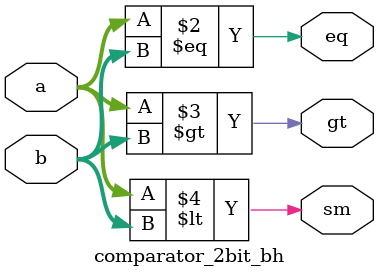
<source format=v>
module comparator_2bit_df(eq,gt,sm,a,b);
  input [1:0]a;
  input [1:0]b;
  output eq,gt,sm;
  
  assign eq = (a==b);
  assign gt= (a>b);
  assign sm= (a<b);
  
endmodule 

module comparator_2bit_bh(eq,gt,sm,a,b);
  input [1:0]a;
  input [1:0]b;
  output reg eq,gt,sm;
  
  always @ (*)
    begin
  eq = (a==b);
   gt= (a>b);
   sm= (a<b);

    end
  
endmodule 
  
  
</source>
